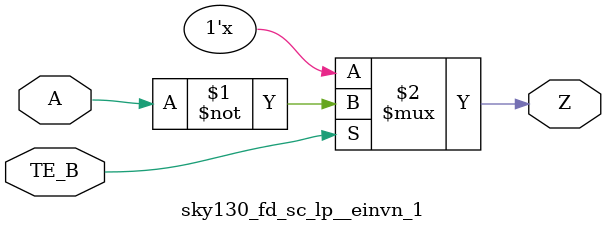
<source format=v>
/*
 * Copyright 2020 The SkyWater PDK Authors
 *
 * Licensed under the Apache License, Version 2.0 (the "License");
 * you may not use this file except in compliance with the License.
 * You may obtain a copy of the License at
 *
 *     https://www.apache.org/licenses/LICENSE-2.0
 *
 * Unless required by applicable law or agreed to in writing, software
 * distributed under the License is distributed on an "AS IS" BASIS,
 * WITHOUT WARRANTIES OR CONDITIONS OF ANY KIND, either express or implied.
 * See the License for the specific language governing permissions and
 * limitations under the License.
 *
 * SPDX-License-Identifier: Apache-2.0
*/


`ifndef SKY130_FD_SC_LP__EINVN_1_FUNCTIONAL_V
`define SKY130_FD_SC_LP__EINVN_1_FUNCTIONAL_V

/**
 * einvn: Tri-state inverter, negative enable.
 *
 * Verilog simulation functional model.
 */

`timescale 1ns / 1ps
`default_nettype none

`celldefine
module sky130_fd_sc_lp__einvn_1 (
    Z   ,
    A   ,
    TE_B
);

    // Module ports
    output Z   ;
    input  A   ;
    input  TE_B;

    //     Name     Output  Other arguments
    notif0 notif00 (Z     , A, TE_B        );

endmodule
`endcelldefine

`default_nettype wire
`endif  // SKY130_FD_SC_LP__EINVN_1_FUNCTIONAL_V

</source>
